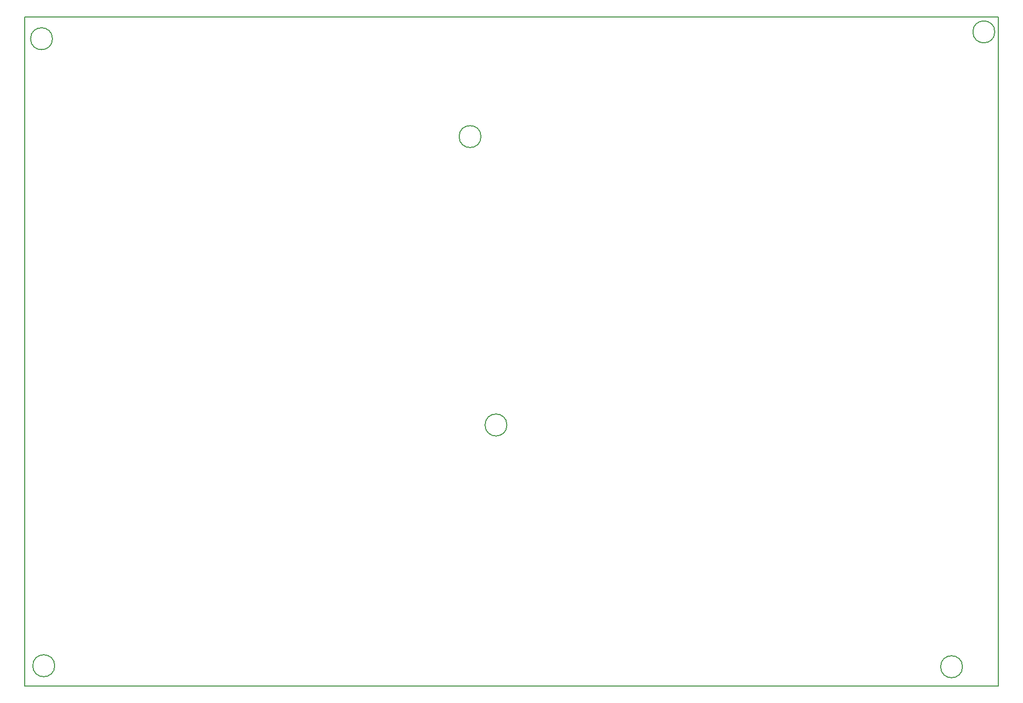
<source format=gbr>
G04 #@! TF.FileFunction,Profile,NP*
%FSLAX46Y46*%
G04 Gerber Fmt 4.6, Leading zero omitted, Abs format (unit mm)*
G04 Created by KiCad (PCBNEW 4.0.2-1.fc23-product) date Thu 28 Jul 2016 11:49:27 AM EEST*
%MOMM*%
G01*
G04 APERTURE LIST*
%ADD10C,0.100000*%
%ADD11C,0.200000*%
%ADD12C,0.150000*%
G04 APERTURE END LIST*
D10*
D11*
X135754756Y-100444300D02*
G75*
G03X135754756Y-100444300I-1802776J0D01*
G01*
X131487556Y-52959000D02*
G75*
G03X131487556Y-52959000I-1802776J0D01*
G01*
X216061936Y-35722560D02*
G75*
G03X216061936Y-35722560I-1802776J0D01*
G01*
X61302276Y-140078460D02*
G75*
G03X61302276Y-140078460I-1802776J0D01*
G01*
X210745716Y-140246100D02*
G75*
G03X210745716Y-140246100I-1802776J0D01*
G01*
X60936516Y-36850320D02*
G75*
G03X60936516Y-36850320I-1802776J0D01*
G01*
D12*
X56388000Y-143383000D02*
X56388000Y-33274000D01*
X56515000Y-143383000D02*
X56388000Y-143383000D01*
X216662000Y-143383000D02*
X56515000Y-143383000D01*
X216662000Y-33274000D02*
X216662000Y-143383000D01*
X56388000Y-33274000D02*
X216662000Y-33274000D01*
M02*

</source>
